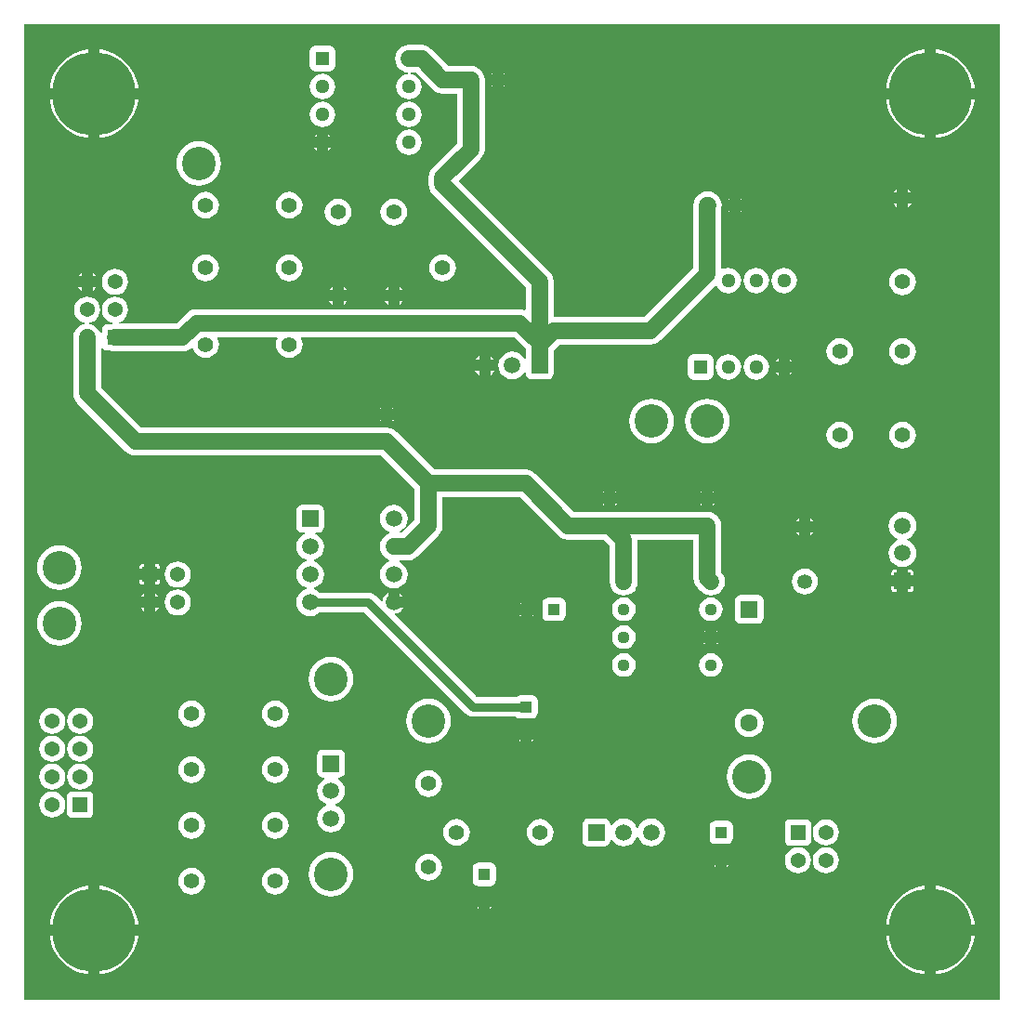
<source format=gbr>
G04 Layer_Physical_Order=2*
G04 Layer_Color=16711680*
%FSLAX23Y23*%
%MOIN*%
%TF.FileFunction,Copper,L2,Bot,Signal*%
%TF.Part,Single*%
G01*
G75*
%TA.AperFunction,Conductor*%
%ADD11C,0.030*%
%TA.AperFunction,ViaPad*%
%ADD13C,0.300*%
%ADD14C,0.120*%
%TA.AperFunction,ComponentPad*%
%ADD15R,0.043X0.043*%
%ADD16C,0.043*%
%ADD17R,0.043X0.043*%
%ADD18C,0.055*%
%ADD19C,0.059*%
%ADD20R,0.059X0.059*%
%ADD21C,0.054*%
%ADD22R,0.054X0.054*%
%ADD23R,0.059X0.059*%
%ADD24C,0.051*%
%ADD25R,0.051X0.051*%
%ADD26R,0.051X0.051*%
%ADD27C,0.044*%
%ADD28R,0.044X0.044*%
%ADD29C,0.059*%
%ADD30R,0.059X0.059*%
%ADD31C,0.063*%
%ADD32R,0.063X0.063*%
%ADD33C,0.053*%
%TA.AperFunction,Conductor*%
%ADD34C,0.060*%
G36*
X4500Y1000D02*
X1000D01*
Y4500D01*
X4500D01*
Y1000D01*
D02*
G37*
%LPC*%
G36*
X1125Y2430D02*
X1109Y2429D01*
X1094Y2424D01*
X1081Y2417D01*
X1068Y2407D01*
X1058Y2394D01*
X1051Y2381D01*
X1046Y2366D01*
X1045Y2350D01*
X1046Y2334D01*
X1051Y2319D01*
X1058Y2306D01*
X1068Y2293D01*
X1081Y2283D01*
X1094Y2276D01*
X1109Y2271D01*
X1125Y2270D01*
X1141Y2271D01*
X1156Y2276D01*
X1169Y2283D01*
X1182Y2293D01*
X1192Y2306D01*
X1199Y2319D01*
X1204Y2334D01*
X1205Y2350D01*
X1204Y2366D01*
X1199Y2381D01*
X1192Y2394D01*
X1182Y2407D01*
X1169Y2417D01*
X1156Y2424D01*
X1141Y2429D01*
X1125Y2430D01*
D02*
G37*
G36*
X3443Y2280D02*
X3437D01*
X3440Y2277D01*
X3443Y2275D01*
Y2280D01*
D02*
G37*
G36*
X3150Y2342D02*
X3139Y2341D01*
X3129Y2337D01*
X3120Y2330D01*
X3113Y2321D01*
X3109Y2311D01*
X3108Y2300D01*
X3109Y2289D01*
X3113Y2279D01*
X3120Y2270D01*
X3129Y2263D01*
X3139Y2259D01*
X3150Y2258D01*
X3161Y2259D01*
X3171Y2263D01*
X3180Y2270D01*
X3187Y2279D01*
X3191Y2289D01*
X3192Y2300D01*
X3191Y2311D01*
X3187Y2321D01*
X3180Y2330D01*
X3171Y2337D01*
X3161Y2341D01*
X3150Y2342D01*
D02*
G37*
G36*
Y2242D02*
X3139Y2241D01*
X3129Y2237D01*
X3120Y2230D01*
X3113Y2221D01*
X3109Y2211D01*
X3108Y2200D01*
X3109Y2189D01*
X3113Y2179D01*
X3120Y2170D01*
X3129Y2163D01*
X3139Y2159D01*
X3150Y2158D01*
X3161Y2159D01*
X3171Y2163D01*
X3180Y2170D01*
X3187Y2179D01*
X3191Y2189D01*
X3192Y2200D01*
X3191Y2211D01*
X3187Y2221D01*
X3180Y2230D01*
X3171Y2237D01*
X3161Y2241D01*
X3150Y2242D01*
D02*
G37*
G36*
X3463D02*
X3452Y2241D01*
X3441Y2237D01*
X3433Y2230D01*
X3426Y2221D01*
X3422Y2211D01*
X3420Y2200D01*
X3422Y2189D01*
X3426Y2179D01*
X3433Y2170D01*
X3441Y2163D01*
X3452Y2159D01*
X3463Y2158D01*
X3474Y2159D01*
X3484Y2163D01*
X3493Y2170D01*
X3499Y2179D01*
X3503Y2189D01*
X3505Y2200D01*
X3503Y2211D01*
X3499Y2221D01*
X3493Y2230D01*
X3484Y2237D01*
X3474Y2241D01*
X3463Y2242D01*
D02*
G37*
G36*
X3631Y2451D02*
X3569D01*
X3561Y2450D01*
X3555Y2445D01*
X3550Y2439D01*
X3549Y2431D01*
Y2369D01*
X3550Y2361D01*
X3555Y2355D01*
X3561Y2350D01*
X3569Y2349D01*
X3631D01*
X3639Y2350D01*
X3645Y2355D01*
X3650Y2361D01*
X3651Y2369D01*
Y2431D01*
X3650Y2439D01*
X3645Y2445D01*
X3639Y2450D01*
X3631Y2451D01*
D02*
G37*
G36*
X3150Y2442D02*
X3139Y2441D01*
X3129Y2437D01*
X3120Y2430D01*
X3113Y2421D01*
X3109Y2411D01*
X3108Y2400D01*
X3109Y2389D01*
X3113Y2379D01*
X3120Y2370D01*
X3129Y2363D01*
X3139Y2359D01*
X3150Y2358D01*
X3161Y2359D01*
X3171Y2363D01*
X3180Y2370D01*
X3187Y2379D01*
X3191Y2389D01*
X3192Y2400D01*
X3191Y2411D01*
X3187Y2421D01*
X3180Y2430D01*
X3171Y2437D01*
X3161Y2441D01*
X3150Y2442D01*
D02*
G37*
G36*
X3483Y2325D02*
Y2320D01*
X3488D01*
X3486Y2323D01*
X3483Y2325D01*
D02*
G37*
G36*
X3488Y2280D02*
X3483D01*
Y2275D01*
X3486Y2277D01*
X3488Y2280D01*
D02*
G37*
G36*
X3443Y2325D02*
X3440Y2323D01*
X3437Y2320D01*
X3443D01*
Y2325D01*
D02*
G37*
G36*
X2100Y2230D02*
X2084Y2229D01*
X2069Y2224D01*
X2056Y2217D01*
X2043Y2207D01*
X2033Y2194D01*
X2026Y2181D01*
X2021Y2166D01*
X2020Y2150D01*
X2021Y2134D01*
X2026Y2119D01*
X2033Y2106D01*
X2043Y2093D01*
X2056Y2083D01*
X2069Y2076D01*
X2084Y2071D01*
X2100Y2070D01*
X2116Y2071D01*
X2131Y2076D01*
X2144Y2083D01*
X2157Y2093D01*
X2167Y2106D01*
X2174Y2119D01*
X2179Y2134D01*
X2180Y2150D01*
X2179Y2166D01*
X2174Y2181D01*
X2167Y2194D01*
X2157Y2207D01*
X2144Y2217D01*
X2131Y2224D01*
X2116Y2229D01*
X2100Y2230D01*
D02*
G37*
G36*
X1100Y2047D02*
X1088Y2045D01*
X1076Y2041D01*
X1067Y2033D01*
X1059Y2024D01*
X1055Y2012D01*
X1053Y2000D01*
X1055Y1988D01*
X1059Y1976D01*
X1067Y1967D01*
X1076Y1959D01*
X1088Y1955D01*
X1100Y1953D01*
X1112Y1955D01*
X1124Y1959D01*
X1133Y1967D01*
X1141Y1976D01*
X1145Y1988D01*
X1147Y2000D01*
X1145Y2012D01*
X1141Y2024D01*
X1133Y2033D01*
X1124Y2041D01*
X1112Y2045D01*
X1100Y2047D01*
D02*
G37*
G36*
X1200D02*
X1188Y2045D01*
X1176Y2041D01*
X1167Y2033D01*
X1159Y2024D01*
X1155Y2012D01*
X1153Y2000D01*
X1155Y1988D01*
X1159Y1976D01*
X1167Y1967D01*
X1176Y1959D01*
X1188Y1955D01*
X1200Y1953D01*
X1212Y1955D01*
X1224Y1959D01*
X1233Y1967D01*
X1241Y1976D01*
X1245Y1988D01*
X1247Y2000D01*
X1245Y2012D01*
X1241Y2024D01*
X1233Y2033D01*
X1224Y2041D01*
X1212Y2045D01*
X1200Y2047D01*
D02*
G37*
G36*
X3600Y2044D02*
X3587Y2042D01*
X3574Y2037D01*
X3564Y2028D01*
X3555Y2018D01*
X3550Y2005D01*
X3549Y1992D01*
X3550Y1979D01*
X3555Y1966D01*
X3564Y1956D01*
X3574Y1948D01*
X3587Y1942D01*
X3600Y1941D01*
X3613Y1942D01*
X3626Y1948D01*
X3636Y1956D01*
X3645Y1966D01*
X3650Y1979D01*
X3651Y1992D01*
X3650Y2005D01*
X3645Y2018D01*
X3636Y2028D01*
X3626Y2037D01*
X3613Y2042D01*
X3600Y2044D01*
D02*
G37*
G36*
X2780Y1932D02*
X2775D01*
X2777Y1929D01*
X2780Y1927D01*
Y1932D01*
D02*
G37*
G36*
X2825D02*
X2820D01*
Y1927D01*
X2823Y1929D01*
X2825Y1932D01*
D02*
G37*
G36*
X1900Y2073D02*
X1888Y2071D01*
X1876Y2066D01*
X1866Y2059D01*
X1859Y2049D01*
X1854Y2037D01*
X1852Y2025D01*
X1854Y2013D01*
X1859Y2001D01*
X1866Y1991D01*
X1876Y1984D01*
X1888Y1979D01*
X1900Y1977D01*
X1912Y1979D01*
X1924Y1984D01*
X1934Y1991D01*
X1941Y2001D01*
X1946Y2013D01*
X1948Y2025D01*
X1946Y2037D01*
X1941Y2049D01*
X1934Y2059D01*
X1924Y2066D01*
X1912Y2071D01*
X1900Y2073D01*
D02*
G37*
G36*
X2055Y2775D02*
X1995D01*
X1988Y2773D01*
X1981Y2769D01*
X1977Y2762D01*
X1975Y2754D01*
Y2695D01*
X1977Y2688D01*
X1981Y2681D01*
X1988Y2677D01*
X1995Y2675D01*
X2005D01*
X2006Y2670D01*
X2000Y2668D01*
X1990Y2660D01*
X1982Y2650D01*
X1977Y2638D01*
X1975Y2625D01*
X1977Y2612D01*
X1982Y2600D01*
X1990Y2590D01*
X2000Y2582D01*
X2011Y2578D01*
X2011Y2577D01*
Y2573D01*
X2011Y2572D01*
X2000Y2568D01*
X1990Y2560D01*
X1982Y2550D01*
X1977Y2538D01*
X1975Y2525D01*
X1977Y2512D01*
X1982Y2500D01*
X1990Y2490D01*
X2000Y2482D01*
X2011Y2478D01*
X2011Y2477D01*
Y2473D01*
X2011Y2472D01*
X2000Y2468D01*
X1990Y2460D01*
X1982Y2450D01*
X1977Y2438D01*
X1975Y2425D01*
X1977Y2412D01*
X1982Y2400D01*
X1990Y2390D01*
X2000Y2382D01*
X2012Y2377D01*
X2025Y2375D01*
X2038Y2377D01*
X2050Y2382D01*
X2060Y2390D01*
X2060Y2390D01*
X2220D01*
X2584Y2025D01*
X2592Y2020D01*
X2600Y2016D01*
X2609Y2015D01*
X2764D01*
X2764Y2014D01*
X2771Y2010D01*
X2778Y2008D01*
X2822D01*
X2829Y2010D01*
X2836Y2014D01*
X2840Y2021D01*
X2842Y2028D01*
Y2072D01*
X2840Y2079D01*
X2836Y2086D01*
X2829Y2090D01*
X2822Y2092D01*
X2778D01*
X2771Y2090D01*
X2764Y2086D01*
X2764Y2085D01*
X2624D01*
X2328Y2381D01*
X2330Y2386D01*
X2335Y2387D01*
X2345Y2390D01*
X2353Y2397D01*
X2359Y2405D01*
X2325D01*
Y2425D01*
X2305D01*
Y2459D01*
X2297Y2453D01*
X2290Y2445D01*
X2287Y2435D01*
X2286Y2430D01*
X2281Y2428D01*
X2259Y2450D01*
X2252Y2455D01*
X2243Y2459D01*
X2239Y2459D01*
X2234Y2460D01*
X2060D01*
X2060Y2460D01*
X2050Y2468D01*
X2039Y2472D01*
X2039Y2473D01*
Y2477D01*
X2039Y2478D01*
X2050Y2482D01*
X2060Y2490D01*
X2068Y2500D01*
X2073Y2512D01*
X2075Y2525D01*
X2073Y2538D01*
X2068Y2550D01*
X2060Y2560D01*
X2050Y2568D01*
X2039Y2572D01*
X2039Y2573D01*
Y2577D01*
X2039Y2578D01*
X2050Y2582D01*
X2060Y2590D01*
X2068Y2600D01*
X2073Y2612D01*
X2075Y2625D01*
X2073Y2638D01*
X2068Y2650D01*
X2060Y2660D01*
X2050Y2668D01*
X2044Y2670D01*
X2045Y2675D01*
X2055D01*
X2062Y2677D01*
X2069Y2681D01*
X2073Y2688D01*
X2075Y2695D01*
Y2754D01*
X2073Y2762D01*
X2069Y2769D01*
X2062Y2773D01*
X2055Y2775D01*
D02*
G37*
G36*
X1600Y2073D02*
X1588Y2071D01*
X1576Y2066D01*
X1566Y2059D01*
X1559Y2049D01*
X1554Y2037D01*
X1552Y2025D01*
X1554Y2013D01*
X1559Y2001D01*
X1566Y1991D01*
X1576Y1984D01*
X1588Y1979D01*
X1600Y1977D01*
X1612Y1979D01*
X1624Y1984D01*
X1634Y1991D01*
X1641Y2001D01*
X1646Y2013D01*
X1648Y2025D01*
X1646Y2037D01*
X1641Y2049D01*
X1634Y2059D01*
X1624Y2066D01*
X1612Y2071D01*
X1600Y2073D01*
D02*
G37*
G36*
X2780Y1976D02*
X2777Y1974D01*
X2775Y1972D01*
X2780D01*
Y1976D01*
D02*
G37*
G36*
X2820D02*
Y1972D01*
X2825D01*
X2823Y1974D01*
X2820Y1976D01*
D02*
G37*
G36*
X3463Y2442D02*
X3452Y2441D01*
X3441Y2437D01*
X3433Y2430D01*
X3426Y2421D01*
X3422Y2411D01*
X3420Y2400D01*
X3422Y2389D01*
X3426Y2379D01*
X3433Y2370D01*
X3441Y2363D01*
X3452Y2359D01*
X3463Y2358D01*
X3474Y2359D01*
X3484Y2363D01*
X3493Y2370D01*
X3499Y2379D01*
X3503Y2389D01*
X3505Y2400D01*
X3503Y2411D01*
X3499Y2421D01*
X3493Y2430D01*
X3484Y2437D01*
X3474Y2441D01*
X3463Y2442D01*
D02*
G37*
G36*
X1125Y2630D02*
X1109Y2629D01*
X1094Y2624D01*
X1081Y2617D01*
X1068Y2607D01*
X1058Y2594D01*
X1051Y2581D01*
X1046Y2566D01*
X1045Y2550D01*
X1046Y2534D01*
X1051Y2519D01*
X1058Y2506D01*
X1068Y2493D01*
X1081Y2483D01*
X1094Y2476D01*
X1109Y2471D01*
X1125Y2470D01*
X1141Y2471D01*
X1156Y2476D01*
X1169Y2483D01*
X1182Y2493D01*
X1192Y2506D01*
X1199Y2519D01*
X1204Y2534D01*
X1205Y2550D01*
X1204Y2566D01*
X1199Y2581D01*
X1192Y2594D01*
X1182Y2607D01*
X1169Y2617D01*
X1156Y2624D01*
X1141Y2629D01*
X1125Y2630D01*
D02*
G37*
G36*
X1550Y2572D02*
X1538Y2570D01*
X1526Y2566D01*
X1517Y2558D01*
X1509Y2549D01*
X1505Y2537D01*
X1503Y2525D01*
X1505Y2513D01*
X1509Y2501D01*
X1517Y2492D01*
X1526Y2484D01*
X1538Y2480D01*
X1550Y2478D01*
X1562Y2480D01*
X1574Y2484D01*
X1583Y2492D01*
X1591Y2501D01*
X1595Y2513D01*
X1597Y2525D01*
X1595Y2537D01*
X1591Y2549D01*
X1583Y2558D01*
X1574Y2566D01*
X1562Y2570D01*
X1550Y2572D01*
D02*
G37*
G36*
X4190Y2483D02*
X4170D01*
Y2463D01*
X4180D01*
X4184Y2464D01*
X4187Y2466D01*
X4189Y2470D01*
X4190Y2473D01*
Y2483D01*
D02*
G37*
G36*
X3800Y2547D02*
X3788Y2545D01*
X3777Y2540D01*
X3767Y2533D01*
X3760Y2523D01*
X3755Y2512D01*
X3753Y2500D01*
X3755Y2488D01*
X3760Y2477D01*
X3767Y2467D01*
X3777Y2460D01*
X3788Y2455D01*
X3800Y2453D01*
X3812Y2455D01*
X3823Y2460D01*
X3833Y2467D01*
X3840Y2477D01*
X3845Y2488D01*
X3847Y2500D01*
X3845Y2512D01*
X3840Y2523D01*
X3833Y2533D01*
X3823Y2540D01*
X3812Y2545D01*
X3800Y2547D01*
D02*
G37*
G36*
X4130Y2483D02*
X4110D01*
Y2473D01*
X4111Y2470D01*
X4113Y2466D01*
X4116Y2464D01*
X4120Y2463D01*
X4130D01*
Y2483D01*
D02*
G37*
G36*
X4180Y2543D02*
X4170D01*
Y2523D01*
X4190D01*
Y2533D01*
X4189Y2537D01*
X4187Y2540D01*
X4184Y2542D01*
X4180Y2543D01*
D02*
G37*
G36*
X1430Y2562D02*
X1423D01*
X1419Y2561D01*
X1416Y2559D01*
X1414Y2556D01*
X1413Y2552D01*
Y2545D01*
X1430D01*
Y2562D01*
D02*
G37*
G36*
X4130Y2543D02*
X4120D01*
X4116Y2542D01*
X4113Y2540D01*
X4111Y2537D01*
X4110Y2533D01*
Y2523D01*
X4130D01*
Y2543D01*
D02*
G37*
G36*
X1430Y2505D02*
X1413D01*
Y2498D01*
X1414Y2494D01*
X1416Y2491D01*
X1419Y2489D01*
X1423Y2488D01*
X1430D01*
Y2505D01*
D02*
G37*
G36*
X1487D02*
X1470D01*
Y2488D01*
X1477D01*
X1481Y2489D01*
X1484Y2491D01*
X1486Y2494D01*
X1487Y2498D01*
Y2505D01*
D02*
G37*
G36*
X1470Y2456D02*
Y2445D01*
X1481D01*
X1476Y2451D01*
X1470Y2456D01*
D02*
G37*
G36*
X1550Y2472D02*
X1538Y2470D01*
X1526Y2466D01*
X1517Y2458D01*
X1509Y2449D01*
X1505Y2437D01*
X1503Y2425D01*
X1505Y2413D01*
X1509Y2401D01*
X1517Y2392D01*
X1526Y2384D01*
X1538Y2380D01*
X1550Y2378D01*
X1562Y2380D01*
X1574Y2384D01*
X1583Y2392D01*
X1591Y2401D01*
X1595Y2413D01*
X1597Y2425D01*
X1595Y2437D01*
X1591Y2449D01*
X1583Y2458D01*
X1574Y2466D01*
X1562Y2470D01*
X1550Y2472D01*
D02*
G37*
G36*
X1430Y2405D02*
X1419D01*
X1424Y2399D01*
X1430Y2394D01*
Y2405D01*
D02*
G37*
G36*
X2826Y2380D02*
X2822D01*
Y2375D01*
X2824Y2377D01*
X2826Y2380D01*
D02*
G37*
G36*
X2922Y2442D02*
X2878D01*
X2871Y2440D01*
X2864Y2436D01*
X2860Y2429D01*
X2858Y2422D01*
Y2378D01*
X2860Y2371D01*
X2864Y2364D01*
X2871Y2360D01*
X2878Y2358D01*
X2922D01*
X2929Y2360D01*
X2936Y2364D01*
X2940Y2371D01*
X2942Y2378D01*
Y2422D01*
X2940Y2429D01*
X2936Y2436D01*
X2929Y2440D01*
X2922Y2442D01*
D02*
G37*
G36*
X2782Y2380D02*
X2777D01*
X2779Y2377D01*
X2782Y2375D01*
Y2380D01*
D02*
G37*
G36*
X1430Y2456D02*
X1424Y2451D01*
X1419Y2445D01*
X1430D01*
Y2456D01*
D02*
G37*
G36*
X2345Y2459D02*
Y2445D01*
X2359D01*
X2353Y2453D01*
X2345Y2459D01*
D02*
G37*
G36*
X2822Y2425D02*
Y2420D01*
X2826D01*
X2824Y2423D01*
X2822Y2425D01*
D02*
G37*
G36*
X1481Y2405D02*
X1470D01*
Y2394D01*
X1476Y2399D01*
X1481Y2405D01*
D02*
G37*
G36*
X2782Y2425D02*
X2779Y2423D01*
X2777Y2420D01*
X2782D01*
Y2425D01*
D02*
G37*
G36*
X4050Y2080D02*
X4034Y2079D01*
X4019Y2074D01*
X4006Y2067D01*
X3993Y2057D01*
X3983Y2044D01*
X3976Y2031D01*
X3971Y2016D01*
X3970Y2000D01*
X3971Y1984D01*
X3976Y1969D01*
X3983Y1956D01*
X3993Y1943D01*
X4006Y1933D01*
X4019Y1926D01*
X4034Y1921D01*
X4050Y1920D01*
X4066Y1921D01*
X4081Y1926D01*
X4094Y1933D01*
X4107Y1943D01*
X4117Y1956D01*
X4124Y1969D01*
X4129Y1984D01*
X4130Y2000D01*
X4129Y2016D01*
X4124Y2031D01*
X4117Y2044D01*
X4107Y2057D01*
X4094Y2067D01*
X4081Y2074D01*
X4066Y2079D01*
X4050Y2080D01*
D02*
G37*
G36*
X1900Y1473D02*
X1888Y1471D01*
X1876Y1466D01*
X1866Y1459D01*
X1859Y1449D01*
X1854Y1437D01*
X1852Y1425D01*
X1854Y1413D01*
X1859Y1401D01*
X1866Y1391D01*
X1876Y1384D01*
X1888Y1379D01*
X1900Y1377D01*
X1912Y1379D01*
X1924Y1384D01*
X1934Y1391D01*
X1941Y1401D01*
X1946Y1413D01*
X1948Y1425D01*
X1946Y1437D01*
X1941Y1449D01*
X1934Y1459D01*
X1924Y1466D01*
X1912Y1471D01*
X1900Y1473D01*
D02*
G37*
G36*
X2672Y1491D02*
X2628D01*
X2621Y1489D01*
X2614Y1485D01*
X2610Y1479D01*
X2608Y1471D01*
Y1428D01*
X2610Y1420D01*
X2614Y1413D01*
X2621Y1409D01*
X2628Y1407D01*
X2672D01*
X2679Y1409D01*
X2686Y1413D01*
X2690Y1420D01*
X2692Y1428D01*
Y1471D01*
X2690Y1479D01*
X2686Y1485D01*
X2679Y1489D01*
X2672Y1491D01*
D02*
G37*
G36*
X1600Y1473D02*
X1588Y1471D01*
X1576Y1466D01*
X1566Y1459D01*
X1559Y1449D01*
X1554Y1437D01*
X1552Y1425D01*
X1554Y1413D01*
X1559Y1401D01*
X1566Y1391D01*
X1576Y1384D01*
X1588Y1379D01*
X1600Y1377D01*
X1612Y1379D01*
X1624Y1384D01*
X1634Y1391D01*
X1641Y1401D01*
X1646Y1413D01*
X1648Y1425D01*
X1646Y1437D01*
X1641Y1449D01*
X1634Y1459D01*
X1624Y1466D01*
X1612Y1471D01*
X1600Y1473D01*
D02*
G37*
G36*
X2630Y1375D02*
X2627Y1373D01*
X2625Y1371D01*
X2630D01*
Y1375D01*
D02*
G37*
G36*
X2670D02*
Y1371D01*
X2675D01*
X2673Y1373D01*
X2670Y1375D01*
D02*
G37*
G36*
X3480Y1482D02*
X3475D01*
X3477Y1479D01*
X3480Y1477D01*
Y1482D01*
D02*
G37*
G36*
X3525D02*
X3520D01*
Y1477D01*
X3523Y1479D01*
X3525Y1482D01*
D02*
G37*
G36*
X3875Y1547D02*
X3863Y1545D01*
X3851Y1541D01*
X3842Y1533D01*
X3834Y1524D01*
X3830Y1512D01*
X3828Y1500D01*
X3830Y1488D01*
X3834Y1476D01*
X3842Y1467D01*
X3851Y1459D01*
X3863Y1455D01*
X3875Y1453D01*
X3887Y1455D01*
X3899Y1459D01*
X3908Y1467D01*
X3916Y1476D01*
X3920Y1488D01*
X3922Y1500D01*
X3920Y1512D01*
X3916Y1524D01*
X3908Y1533D01*
X3899Y1541D01*
X3887Y1545D01*
X3875Y1547D01*
D02*
G37*
G36*
X2450Y1523D02*
X2438Y1521D01*
X2426Y1516D01*
X2416Y1509D01*
X2409Y1499D01*
X2404Y1487D01*
X2402Y1475D01*
X2404Y1463D01*
X2409Y1451D01*
X2416Y1441D01*
X2426Y1434D01*
X2438Y1429D01*
X2450Y1427D01*
X2462Y1429D01*
X2474Y1434D01*
X2484Y1441D01*
X2491Y1451D01*
X2496Y1463D01*
X2498Y1475D01*
X2496Y1487D01*
X2491Y1499D01*
X2484Y1509D01*
X2474Y1516D01*
X2462Y1521D01*
X2450Y1523D01*
D02*
G37*
G36*
X3775Y1547D02*
X3763Y1545D01*
X3751Y1541D01*
X3742Y1533D01*
X3734Y1524D01*
X3730Y1512D01*
X3728Y1500D01*
X3730Y1488D01*
X3734Y1476D01*
X3742Y1467D01*
X3751Y1459D01*
X3763Y1455D01*
X3775Y1453D01*
X3787Y1455D01*
X3799Y1459D01*
X3808Y1467D01*
X3816Y1476D01*
X3820Y1488D01*
X3822Y1500D01*
X3820Y1512D01*
X3816Y1524D01*
X3808Y1533D01*
X3799Y1541D01*
X3787Y1545D01*
X3775Y1547D01*
D02*
G37*
G36*
X2100Y1530D02*
X2084Y1529D01*
X2069Y1524D01*
X2056Y1517D01*
X2043Y1507D01*
X2033Y1494D01*
X2026Y1481D01*
X2021Y1466D01*
X2020Y1450D01*
X2021Y1434D01*
X2026Y1419D01*
X2033Y1406D01*
X2043Y1393D01*
X2056Y1383D01*
X2069Y1376D01*
X2084Y1371D01*
X2100Y1370D01*
X2116Y1371D01*
X2131Y1376D01*
X2144Y1383D01*
X2157Y1393D01*
X2167Y1406D01*
X2174Y1419D01*
X2179Y1434D01*
X2180Y1450D01*
X2179Y1466D01*
X2174Y1481D01*
X2167Y1494D01*
X2157Y1507D01*
X2144Y1517D01*
X2131Y1524D01*
X2116Y1529D01*
X2100Y1530D01*
D02*
G37*
G36*
X4409Y1230D02*
X4270D01*
Y1091D01*
X4275Y1091D01*
X4300Y1097D01*
X4323Y1107D01*
X4344Y1120D01*
X4363Y1137D01*
X4380Y1156D01*
X4393Y1177D01*
X4403Y1200D01*
X4409Y1225D01*
X4409Y1230D01*
D02*
G37*
G36*
X1230Y1409D02*
X1225Y1409D01*
X1200Y1403D01*
X1177Y1393D01*
X1156Y1380D01*
X1137Y1363D01*
X1120Y1344D01*
X1107Y1323D01*
X1097Y1300D01*
X1091Y1275D01*
X1091Y1270D01*
X1230D01*
Y1409D01*
D02*
G37*
G36*
X4230Y1230D02*
X4091D01*
X4091Y1225D01*
X4097Y1200D01*
X4107Y1177D01*
X4120Y1156D01*
X4137Y1137D01*
X4156Y1120D01*
X4177Y1107D01*
X4200Y1097D01*
X4225Y1091D01*
X4230Y1091D01*
Y1230D01*
D02*
G37*
G36*
X1230D02*
X1091D01*
X1091Y1225D01*
X1097Y1200D01*
X1107Y1177D01*
X1120Y1156D01*
X1137Y1137D01*
X1156Y1120D01*
X1177Y1107D01*
X1200Y1097D01*
X1225Y1091D01*
X1230Y1091D01*
Y1230D01*
D02*
G37*
G36*
X1409D02*
X1270D01*
Y1091D01*
X1275Y1091D01*
X1300Y1097D01*
X1323Y1107D01*
X1344Y1120D01*
X1363Y1137D01*
X1380Y1156D01*
X1393Y1177D01*
X1403Y1200D01*
X1409Y1225D01*
X1409Y1230D01*
D02*
G37*
G36*
X2630Y1331D02*
X2625D01*
X2627Y1328D01*
X2630Y1326D01*
Y1331D01*
D02*
G37*
G36*
X2675D02*
X2670D01*
Y1326D01*
X2673Y1328D01*
X2675Y1331D01*
D02*
G37*
G36*
X4270Y1409D02*
Y1270D01*
X4409D01*
X4409Y1275D01*
X4403Y1300D01*
X4393Y1323D01*
X4380Y1344D01*
X4363Y1363D01*
X4344Y1380D01*
X4323Y1393D01*
X4300Y1403D01*
X4275Y1409D01*
X4270Y1409D01*
D02*
G37*
G36*
X1270D02*
Y1270D01*
X1409D01*
X1409Y1275D01*
X1403Y1300D01*
X1393Y1323D01*
X1380Y1344D01*
X1363Y1363D01*
X1344Y1380D01*
X1323Y1393D01*
X1300Y1403D01*
X1275Y1409D01*
X1270Y1409D01*
D02*
G37*
G36*
X4230D02*
X4225Y1409D01*
X4200Y1403D01*
X4177Y1393D01*
X4156Y1380D01*
X4137Y1363D01*
X4120Y1344D01*
X4107Y1323D01*
X4097Y1300D01*
X4091Y1275D01*
X4091Y1270D01*
X4230D01*
Y1409D01*
D02*
G37*
G36*
X3480Y1526D02*
X3477Y1524D01*
X3475Y1522D01*
X3480D01*
Y1526D01*
D02*
G37*
G36*
X1100Y1847D02*
X1088Y1845D01*
X1076Y1841D01*
X1067Y1833D01*
X1059Y1824D01*
X1055Y1812D01*
X1053Y1800D01*
X1055Y1788D01*
X1059Y1776D01*
X1067Y1767D01*
X1076Y1759D01*
X1088Y1755D01*
X1100Y1753D01*
X1112Y1755D01*
X1124Y1759D01*
X1133Y1767D01*
X1141Y1776D01*
X1145Y1788D01*
X1147Y1800D01*
X1145Y1812D01*
X1141Y1824D01*
X1133Y1833D01*
X1124Y1841D01*
X1112Y1845D01*
X1100Y1847D01*
D02*
G37*
G36*
X1200D02*
X1188Y1845D01*
X1176Y1841D01*
X1167Y1833D01*
X1159Y1824D01*
X1155Y1812D01*
X1153Y1800D01*
X1155Y1788D01*
X1159Y1776D01*
X1167Y1767D01*
X1176Y1759D01*
X1188Y1755D01*
X1200Y1753D01*
X1212Y1755D01*
X1224Y1759D01*
X1233Y1767D01*
X1241Y1776D01*
X1245Y1788D01*
X1247Y1800D01*
X1245Y1812D01*
X1241Y1824D01*
X1233Y1833D01*
X1224Y1841D01*
X1212Y1845D01*
X1200Y1847D01*
D02*
G37*
G36*
X2450Y1823D02*
X2438Y1821D01*
X2426Y1816D01*
X2416Y1809D01*
X2409Y1799D01*
X2404Y1787D01*
X2402Y1775D01*
X2404Y1763D01*
X2409Y1751D01*
X2416Y1741D01*
X2426Y1734D01*
X2438Y1729D01*
X2450Y1727D01*
X2462Y1729D01*
X2474Y1734D01*
X2484Y1741D01*
X2491Y1751D01*
X2496Y1763D01*
X2498Y1775D01*
X2496Y1787D01*
X2491Y1799D01*
X2484Y1809D01*
X2474Y1816D01*
X2462Y1821D01*
X2450Y1823D01*
D02*
G37*
G36*
X1227Y1747D02*
X1173D01*
X1165Y1746D01*
X1159Y1741D01*
X1154Y1735D01*
X1153Y1727D01*
Y1673D01*
X1154Y1665D01*
X1159Y1659D01*
X1165Y1654D01*
X1173Y1653D01*
X1227D01*
X1235Y1654D01*
X1241Y1659D01*
X1246Y1665D01*
X1247Y1673D01*
Y1727D01*
X1246Y1735D01*
X1241Y1741D01*
X1235Y1746D01*
X1227Y1747D01*
D02*
G37*
G36*
X3600Y1880D02*
X3584Y1879D01*
X3569Y1874D01*
X3556Y1867D01*
X3543Y1857D01*
X3533Y1844D01*
X3526Y1831D01*
X3521Y1816D01*
X3520Y1800D01*
X3521Y1784D01*
X3526Y1769D01*
X3533Y1756D01*
X3543Y1743D01*
X3556Y1733D01*
X3569Y1726D01*
X3584Y1721D01*
X3600Y1720D01*
X3616Y1721D01*
X3631Y1726D01*
X3644Y1733D01*
X3657Y1743D01*
X3667Y1756D01*
X3674Y1769D01*
X3679Y1784D01*
X3680Y1800D01*
X3679Y1816D01*
X3674Y1831D01*
X3667Y1844D01*
X3657Y1857D01*
X3644Y1867D01*
X3631Y1874D01*
X3616Y1879D01*
X3600Y1880D01*
D02*
G37*
G36*
X1200Y1947D02*
X1188Y1945D01*
X1176Y1941D01*
X1167Y1933D01*
X1159Y1924D01*
X1155Y1912D01*
X1153Y1900D01*
X1155Y1888D01*
X1159Y1876D01*
X1167Y1867D01*
X1176Y1859D01*
X1188Y1855D01*
X1200Y1853D01*
X1212Y1855D01*
X1224Y1859D01*
X1233Y1867D01*
X1241Y1876D01*
X1245Y1888D01*
X1247Y1900D01*
X1245Y1912D01*
X1241Y1924D01*
X1233Y1933D01*
X1224Y1941D01*
X1212Y1945D01*
X1200Y1947D01*
D02*
G37*
G36*
X2450Y2080D02*
X2434Y2079D01*
X2419Y2074D01*
X2406Y2067D01*
X2393Y2057D01*
X2383Y2044D01*
X2376Y2031D01*
X2371Y2016D01*
X2370Y2000D01*
X2371Y1984D01*
X2376Y1969D01*
X2383Y1956D01*
X2393Y1943D01*
X2406Y1933D01*
X2419Y1926D01*
X2434Y1921D01*
X2450Y1920D01*
X2466Y1921D01*
X2481Y1926D01*
X2494Y1933D01*
X2507Y1943D01*
X2517Y1956D01*
X2524Y1969D01*
X2529Y1984D01*
X2530Y2000D01*
X2529Y2016D01*
X2524Y2031D01*
X2517Y2044D01*
X2507Y2057D01*
X2494Y2067D01*
X2481Y2074D01*
X2466Y2079D01*
X2450Y2080D01*
D02*
G37*
G36*
X1100Y1947D02*
X1088Y1945D01*
X1076Y1941D01*
X1067Y1933D01*
X1059Y1924D01*
X1055Y1912D01*
X1053Y1900D01*
X1055Y1888D01*
X1059Y1876D01*
X1067Y1867D01*
X1076Y1859D01*
X1088Y1855D01*
X1100Y1853D01*
X1112Y1855D01*
X1124Y1859D01*
X1133Y1867D01*
X1141Y1876D01*
X1145Y1888D01*
X1147Y1900D01*
X1145Y1912D01*
X1141Y1924D01*
X1133Y1933D01*
X1124Y1941D01*
X1112Y1945D01*
X1100Y1947D01*
D02*
G37*
G36*
X1600Y1873D02*
X1588Y1871D01*
X1576Y1866D01*
X1566Y1859D01*
X1559Y1849D01*
X1554Y1837D01*
X1552Y1825D01*
X1554Y1813D01*
X1559Y1801D01*
X1566Y1791D01*
X1576Y1784D01*
X1588Y1779D01*
X1600Y1777D01*
X1612Y1779D01*
X1624Y1784D01*
X1634Y1791D01*
X1641Y1801D01*
X1646Y1813D01*
X1648Y1825D01*
X1646Y1837D01*
X1641Y1849D01*
X1634Y1859D01*
X1624Y1866D01*
X1612Y1871D01*
X1600Y1873D01*
D02*
G37*
G36*
X1900D02*
X1888Y1871D01*
X1876Y1866D01*
X1866Y1859D01*
X1859Y1849D01*
X1854Y1837D01*
X1852Y1825D01*
X1854Y1813D01*
X1859Y1801D01*
X1866Y1791D01*
X1876Y1784D01*
X1888Y1779D01*
X1900Y1777D01*
X1912Y1779D01*
X1924Y1784D01*
X1934Y1791D01*
X1941Y1801D01*
X1946Y1813D01*
X1948Y1825D01*
X1946Y1837D01*
X1941Y1849D01*
X1934Y1859D01*
X1924Y1866D01*
X1912Y1871D01*
X1900Y1873D01*
D02*
G37*
G36*
X1100Y1747D02*
X1088Y1745D01*
X1076Y1741D01*
X1067Y1733D01*
X1059Y1724D01*
X1055Y1712D01*
X1053Y1700D01*
X1055Y1688D01*
X1059Y1676D01*
X1067Y1667D01*
X1076Y1659D01*
X1088Y1655D01*
X1100Y1653D01*
X1112Y1655D01*
X1124Y1659D01*
X1133Y1667D01*
X1141Y1676D01*
X1145Y1688D01*
X1147Y1700D01*
X1145Y1712D01*
X1141Y1724D01*
X1133Y1733D01*
X1124Y1741D01*
X1112Y1745D01*
X1100Y1747D01*
D02*
G37*
G36*
X3875Y1647D02*
X3863Y1645D01*
X3851Y1641D01*
X3842Y1633D01*
X3834Y1624D01*
X3830Y1612D01*
X3828Y1600D01*
X3830Y1588D01*
X3834Y1576D01*
X3842Y1567D01*
X3851Y1559D01*
X3863Y1555D01*
X3875Y1553D01*
X3887Y1555D01*
X3899Y1559D01*
X3908Y1567D01*
X3916Y1576D01*
X3920Y1588D01*
X3922Y1600D01*
X3920Y1612D01*
X3916Y1624D01*
X3908Y1633D01*
X3899Y1641D01*
X3887Y1645D01*
X3875Y1647D01*
D02*
G37*
G36*
X3802Y1647D02*
X3748D01*
X3740Y1646D01*
X3734Y1641D01*
X3729Y1635D01*
X3728Y1627D01*
Y1573D01*
X3729Y1565D01*
X3734Y1559D01*
X3740Y1554D01*
X3748Y1553D01*
X3802D01*
X3810Y1554D01*
X3816Y1559D01*
X3821Y1565D01*
X3822Y1573D01*
Y1627D01*
X3821Y1635D01*
X3816Y1641D01*
X3810Y1646D01*
X3802Y1647D01*
D02*
G37*
G36*
X2850Y1648D02*
X2838Y1646D01*
X2826Y1641D01*
X2816Y1634D01*
X2809Y1624D01*
X2804Y1612D01*
X2802Y1600D01*
X2804Y1588D01*
X2809Y1576D01*
X2816Y1566D01*
X2826Y1559D01*
X2838Y1554D01*
X2850Y1552D01*
X2862Y1554D01*
X2874Y1559D01*
X2884Y1566D01*
X2891Y1576D01*
X2896Y1588D01*
X2898Y1600D01*
X2896Y1612D01*
X2891Y1624D01*
X2884Y1634D01*
X2874Y1641D01*
X2862Y1646D01*
X2850Y1648D01*
D02*
G37*
G36*
X3520Y1526D02*
Y1522D01*
X3525D01*
X3523Y1524D01*
X3520Y1526D01*
D02*
G37*
G36*
X2550Y1648D02*
X2538Y1646D01*
X2526Y1641D01*
X2516Y1634D01*
X2509Y1624D01*
X2504Y1612D01*
X2502Y1600D01*
X2504Y1588D01*
X2509Y1576D01*
X2516Y1566D01*
X2526Y1559D01*
X2538Y1554D01*
X2550Y1552D01*
X2562Y1554D01*
X2574Y1559D01*
X2584Y1566D01*
X2591Y1576D01*
X2596Y1588D01*
X2598Y1600D01*
X2596Y1612D01*
X2591Y1624D01*
X2584Y1634D01*
X2574Y1641D01*
X2562Y1646D01*
X2550Y1648D01*
D02*
G37*
G36*
X2130Y1897D02*
X2070D01*
X2063Y1895D01*
X2056Y1891D01*
X2052Y1884D01*
X2050Y1877D01*
Y1817D01*
X2052Y1809D01*
X2056Y1803D01*
X2063Y1799D01*
X2070Y1797D01*
X2075D01*
X2076Y1792D01*
X2075Y1792D01*
X2065Y1784D01*
X2057Y1773D01*
X2052Y1761D01*
X2050Y1748D01*
X2052Y1736D01*
X2057Y1724D01*
X2065Y1713D01*
X2075Y1705D01*
X2083Y1702D01*
Y1697D01*
X2075Y1693D01*
X2065Y1685D01*
X2057Y1675D01*
X2052Y1663D01*
X2050Y1650D01*
X2052Y1637D01*
X2057Y1625D01*
X2065Y1615D01*
X2075Y1607D01*
X2087Y1602D01*
X2100Y1600D01*
X2113Y1602D01*
X2125Y1607D01*
X2135Y1615D01*
X2143Y1625D01*
X2148Y1637D01*
X2150Y1650D01*
X2148Y1663D01*
X2143Y1675D01*
X2135Y1685D01*
X2125Y1693D01*
X2117Y1697D01*
Y1702D01*
X2125Y1705D01*
X2135Y1713D01*
X2143Y1724D01*
X2148Y1736D01*
X2150Y1748D01*
X2148Y1761D01*
X2143Y1773D01*
X2135Y1784D01*
X2125Y1792D01*
X2124Y1792D01*
X2125Y1797D01*
X2130D01*
X2137Y1799D01*
X2144Y1803D01*
X2148Y1809D01*
X2150Y1817D01*
Y1877D01*
X2148Y1884D01*
X2144Y1891D01*
X2137Y1895D01*
X2130Y1897D01*
D02*
G37*
G36*
X3248Y1650D02*
X3236Y1648D01*
X3224Y1643D01*
X3213Y1635D01*
X3205Y1625D01*
X3202Y1617D01*
X3197D01*
X3193Y1625D01*
X3185Y1635D01*
X3175Y1643D01*
X3163Y1648D01*
X3150Y1650D01*
X3137Y1648D01*
X3125Y1643D01*
X3115Y1635D01*
X3107Y1625D01*
X3106Y1624D01*
X3101Y1625D01*
Y1630D01*
X3100Y1637D01*
X3095Y1644D01*
X3089Y1648D01*
X3081Y1650D01*
X3022D01*
X3014Y1648D01*
X3008Y1644D01*
X3003Y1637D01*
X3002Y1630D01*
Y1570D01*
X3003Y1563D01*
X3008Y1556D01*
X3014Y1552D01*
X3022Y1550D01*
X3081D01*
X3089Y1552D01*
X3095Y1556D01*
X3100Y1563D01*
X3101Y1570D01*
Y1575D01*
X3106Y1576D01*
X3107Y1575D01*
X3115Y1565D01*
X3125Y1557D01*
X3137Y1552D01*
X3150Y1550D01*
X3163Y1552D01*
X3175Y1557D01*
X3185Y1565D01*
X3193Y1575D01*
X3197Y1583D01*
X3202D01*
X3205Y1575D01*
X3213Y1565D01*
X3224Y1557D01*
X3236Y1552D01*
X3248Y1550D01*
X3261Y1552D01*
X3273Y1557D01*
X3284Y1565D01*
X3292Y1575D01*
X3297Y1587D01*
X3298Y1600D01*
X3297Y1613D01*
X3292Y1625D01*
X3284Y1635D01*
X3273Y1643D01*
X3261Y1648D01*
X3248Y1650D01*
D02*
G37*
G36*
X1900Y1673D02*
X1888Y1671D01*
X1876Y1666D01*
X1866Y1659D01*
X1859Y1649D01*
X1854Y1637D01*
X1852Y1625D01*
X1854Y1613D01*
X1859Y1601D01*
X1866Y1591D01*
X1876Y1584D01*
X1888Y1579D01*
X1900Y1577D01*
X1912Y1579D01*
X1924Y1584D01*
X1934Y1591D01*
X1941Y1601D01*
X1946Y1613D01*
X1948Y1625D01*
X1946Y1637D01*
X1941Y1649D01*
X1934Y1659D01*
X1924Y1666D01*
X1912Y1671D01*
X1900Y1673D01*
D02*
G37*
G36*
X3522Y1642D02*
X3478D01*
X3471Y1640D01*
X3464Y1636D01*
X3460Y1629D01*
X3458Y1622D01*
Y1578D01*
X3460Y1571D01*
X3464Y1564D01*
X3471Y1560D01*
X3478Y1558D01*
X3522D01*
X3529Y1560D01*
X3536Y1564D01*
X3540Y1571D01*
X3542Y1578D01*
Y1622D01*
X3540Y1629D01*
X3536Y1636D01*
X3529Y1640D01*
X3522Y1642D01*
D02*
G37*
G36*
X1600Y1673D02*
X1588Y1671D01*
X1576Y1666D01*
X1566Y1659D01*
X1559Y1649D01*
X1554Y1637D01*
X1552Y1625D01*
X1554Y1613D01*
X1559Y1601D01*
X1566Y1591D01*
X1576Y1584D01*
X1588Y1579D01*
X1600Y1577D01*
X1612Y1579D01*
X1624Y1584D01*
X1634Y1591D01*
X1641Y1601D01*
X1646Y1613D01*
X1648Y1625D01*
X1646Y1637D01*
X1641Y1649D01*
X1634Y1659D01*
X1624Y1666D01*
X1612Y1671D01*
X1600Y1673D01*
D02*
G37*
G36*
X1477Y2562D02*
X1470D01*
Y2545D01*
X1487D01*
Y2552D01*
X1486Y2556D01*
X1484Y2559D01*
X1481Y2561D01*
X1477Y2562D01*
D02*
G37*
G36*
X3529Y3830D02*
X3525D01*
X3527Y3827D01*
X3529Y3825D01*
Y3830D01*
D02*
G37*
G36*
X3574D02*
X3569D01*
Y3825D01*
X3572Y3827D01*
X3574Y3830D01*
D02*
G37*
G36*
X1950Y3898D02*
X1938Y3896D01*
X1926Y3891D01*
X1916Y3884D01*
X1909Y3874D01*
X1904Y3862D01*
X1902Y3850D01*
X1904Y3838D01*
X1909Y3826D01*
X1916Y3816D01*
X1926Y3809D01*
X1938Y3804D01*
X1950Y3802D01*
X1962Y3804D01*
X1974Y3809D01*
X1984Y3816D01*
X1991Y3826D01*
X1996Y3838D01*
X1998Y3850D01*
X1996Y3862D01*
X1991Y3874D01*
X1984Y3884D01*
X1974Y3891D01*
X1962Y3896D01*
X1950Y3898D01*
D02*
G37*
G36*
X2325Y3873D02*
X2313Y3871D01*
X2301Y3866D01*
X2291Y3859D01*
X2284Y3849D01*
X2279Y3837D01*
X2277Y3825D01*
X2279Y3813D01*
X2284Y3801D01*
X2291Y3791D01*
X2301Y3784D01*
X2313Y3779D01*
X2325Y3777D01*
X2337Y3779D01*
X2349Y3784D01*
X2359Y3791D01*
X2366Y3801D01*
X2371Y3813D01*
X2373Y3825D01*
X2371Y3837D01*
X2366Y3849D01*
X2359Y3859D01*
X2349Y3866D01*
X2337Y3871D01*
X2325Y3873D01*
D02*
G37*
G36*
X1650Y3898D02*
X1638Y3896D01*
X1626Y3891D01*
X1616Y3884D01*
X1609Y3874D01*
X1604Y3862D01*
X1602Y3850D01*
X1604Y3838D01*
X1609Y3826D01*
X1616Y3816D01*
X1626Y3809D01*
X1638Y3804D01*
X1650Y3802D01*
X1662Y3804D01*
X1674Y3809D01*
X1684Y3816D01*
X1691Y3826D01*
X1696Y3838D01*
X1698Y3850D01*
X1696Y3862D01*
X1691Y3874D01*
X1684Y3884D01*
X1674Y3891D01*
X1662Y3896D01*
X1650Y3898D01*
D02*
G37*
G36*
X4130Y3855D02*
X4118D01*
X4123Y3848D01*
X4130Y3843D01*
Y3855D01*
D02*
G37*
G36*
Y3907D02*
X4123Y3902D01*
X4118Y3895D01*
X4130D01*
Y3907D01*
D02*
G37*
G36*
X4170D02*
Y3895D01*
X4182D01*
X4177Y3902D01*
X4170Y3907D01*
D02*
G37*
G36*
X3569Y3875D02*
Y3870D01*
X3574D01*
X3572Y3873D01*
X3569Y3875D01*
D02*
G37*
G36*
X4182Y3855D02*
X4170D01*
Y3843D01*
X4177Y3848D01*
X4182Y3855D01*
D02*
G37*
G36*
X3529Y3875D02*
X3527Y3873D01*
X3525Y3870D01*
X3529D01*
Y3875D01*
D02*
G37*
G36*
X2145Y3557D02*
Y3545D01*
X2157D01*
X2152Y3552D01*
X2145Y3557D01*
D02*
G37*
G36*
X2345D02*
Y3545D01*
X2357D01*
X2352Y3552D01*
X2345Y3557D01*
D02*
G37*
G36*
X2305D02*
X2298Y3552D01*
X2293Y3545D01*
X2305D01*
Y3557D01*
D02*
G37*
G36*
X1256Y3555D02*
X1245D01*
Y3544D01*
X1251Y3549D01*
X1256Y3555D01*
D02*
G37*
G36*
X2105Y3557D02*
X2098Y3552D01*
X2093Y3545D01*
X2105D01*
Y3557D01*
D02*
G37*
G36*
X1650Y3673D02*
X1638Y3671D01*
X1626Y3666D01*
X1616Y3659D01*
X1609Y3649D01*
X1604Y3637D01*
X1602Y3625D01*
X1604Y3613D01*
X1609Y3601D01*
X1616Y3591D01*
X1626Y3584D01*
X1638Y3579D01*
X1650Y3577D01*
X1662Y3579D01*
X1674Y3584D01*
X1684Y3591D01*
X1691Y3601D01*
X1696Y3613D01*
X1698Y3625D01*
X1696Y3637D01*
X1691Y3649D01*
X1684Y3659D01*
X1674Y3666D01*
X1662Y3671D01*
X1650Y3673D01*
D02*
G37*
G36*
X1245Y3606D02*
Y3595D01*
X1256D01*
X1251Y3601D01*
X1245Y3606D01*
D02*
G37*
G36*
X2125Y3873D02*
X2113Y3871D01*
X2101Y3866D01*
X2091Y3859D01*
X2084Y3849D01*
X2079Y3837D01*
X2077Y3825D01*
X2079Y3813D01*
X2084Y3801D01*
X2091Y3791D01*
X2101Y3784D01*
X2113Y3779D01*
X2125Y3777D01*
X2137Y3779D01*
X2149Y3784D01*
X2159Y3791D01*
X2166Y3801D01*
X2171Y3813D01*
X2173Y3825D01*
X2171Y3837D01*
X2166Y3849D01*
X2159Y3859D01*
X2149Y3866D01*
X2137Y3871D01*
X2125Y3873D01*
D02*
G37*
G36*
X1205Y3606D02*
X1199Y3601D01*
X1194Y3595D01*
X1205D01*
Y3606D01*
D02*
G37*
G36*
X1950Y3673D02*
X1938Y3671D01*
X1926Y3666D01*
X1916Y3659D01*
X1909Y3649D01*
X1904Y3637D01*
X1902Y3625D01*
X1904Y3613D01*
X1909Y3601D01*
X1916Y3591D01*
X1926Y3584D01*
X1938Y3579D01*
X1950Y3577D01*
X1962Y3579D01*
X1974Y3584D01*
X1984Y3591D01*
X1991Y3601D01*
X1996Y3613D01*
X1998Y3625D01*
X1996Y3637D01*
X1991Y3649D01*
X1984Y3659D01*
X1974Y3666D01*
X1962Y3671D01*
X1950Y3673D01*
D02*
G37*
G36*
X2500D02*
X2488Y3671D01*
X2476Y3666D01*
X2466Y3659D01*
X2459Y3649D01*
X2454Y3637D01*
X2452Y3625D01*
X2454Y3613D01*
X2459Y3601D01*
X2466Y3591D01*
X2476Y3584D01*
X2488Y3579D01*
X2500Y3577D01*
X2512Y3579D01*
X2524Y3584D01*
X2534Y3591D01*
X2541Y3601D01*
X2546Y3613D01*
X2548Y3625D01*
X2546Y3637D01*
X2541Y3649D01*
X2534Y3659D01*
X2524Y3666D01*
X2512Y3671D01*
X2500Y3673D01*
D02*
G37*
G36*
X1270Y4409D02*
Y4270D01*
X1409D01*
X1409Y4275D01*
X1403Y4300D01*
X1393Y4323D01*
X1380Y4344D01*
X1363Y4363D01*
X1344Y4380D01*
X1323Y4393D01*
X1300Y4403D01*
X1275Y4409D01*
X1270Y4409D01*
D02*
G37*
G36*
X4230D02*
X4225Y4409D01*
X4200Y4403D01*
X4177Y4393D01*
X4156Y4380D01*
X4137Y4363D01*
X4120Y4344D01*
X4107Y4323D01*
X4097Y4300D01*
X4091Y4275D01*
X4091Y4270D01*
X4230D01*
Y4409D01*
D02*
G37*
G36*
X1230D02*
X1225Y4409D01*
X1200Y4403D01*
X1177Y4393D01*
X1156Y4380D01*
X1137Y4363D01*
X1120Y4344D01*
X1107Y4323D01*
X1097Y4300D01*
X1091Y4275D01*
X1091Y4270D01*
X1230D01*
Y4409D01*
D02*
G37*
G36*
X2380Y4221D02*
X2368Y4219D01*
X2357Y4215D01*
X2348Y4207D01*
X2340Y4198D01*
X2336Y4187D01*
X2334Y4175D01*
X2336Y4163D01*
X2340Y4152D01*
X2348Y4143D01*
X2357Y4135D01*
X2368Y4131D01*
X2380Y4129D01*
X2392Y4131D01*
X2403Y4135D01*
X2412Y4143D01*
X2420Y4152D01*
X2424Y4163D01*
X2426Y4175D01*
X2424Y4187D01*
X2420Y4198D01*
X2412Y4207D01*
X2403Y4215D01*
X2392Y4219D01*
X2380Y4221D01*
D02*
G37*
G36*
X2070Y4321D02*
X2058Y4319D01*
X2047Y4315D01*
X2038Y4307D01*
X2030Y4298D01*
X2026Y4287D01*
X2024Y4275D01*
X2026Y4263D01*
X2030Y4252D01*
X2038Y4243D01*
X2047Y4235D01*
X2058Y4231D01*
X2070Y4229D01*
X2082Y4231D01*
X2093Y4235D01*
X2102Y4243D01*
X2110Y4252D01*
X2114Y4263D01*
X2116Y4275D01*
X2114Y4287D01*
X2110Y4298D01*
X2102Y4307D01*
X2093Y4315D01*
X2082Y4319D01*
X2070Y4321D01*
D02*
G37*
G36*
X4270Y4409D02*
Y4270D01*
X4409D01*
X4409Y4275D01*
X4403Y4300D01*
X4393Y4323D01*
X4380Y4344D01*
X4363Y4363D01*
X4344Y4380D01*
X4323Y4393D01*
X4300Y4403D01*
X4275Y4409D01*
X4270Y4409D01*
D02*
G37*
G36*
X2719Y4325D02*
Y4320D01*
X2724D01*
X2722Y4323D01*
X2719Y4325D01*
D02*
G37*
G36*
X2096Y4421D02*
X2044D01*
X2037Y4419D01*
X2030Y4415D01*
X2026Y4408D01*
X2024Y4401D01*
Y4349D01*
X2026Y4342D01*
X2030Y4335D01*
X2037Y4331D01*
X2044Y4329D01*
X2096D01*
X2104Y4331D01*
X2110Y4335D01*
X2114Y4342D01*
X2116Y4349D01*
Y4401D01*
X2114Y4408D01*
X2110Y4415D01*
X2104Y4419D01*
X2096Y4421D01*
D02*
G37*
G36*
X2679Y4325D02*
X2677Y4323D01*
X2675Y4320D01*
X2679D01*
Y4325D01*
D02*
G37*
G36*
Y4280D02*
X2675D01*
X2677Y4277D01*
X2679Y4275D01*
Y4280D01*
D02*
G37*
G36*
X2724D02*
X2719D01*
Y4275D01*
X2722Y4277D01*
X2724Y4280D01*
D02*
G37*
G36*
X2100Y4055D02*
X2090D01*
Y4045D01*
X2096Y4050D01*
X2100Y4055D01*
D02*
G37*
G36*
X1230Y4230D02*
X1091D01*
X1091Y4225D01*
X1097Y4200D01*
X1107Y4177D01*
X1120Y4156D01*
X1137Y4137D01*
X1156Y4120D01*
X1177Y4107D01*
X1200Y4097D01*
X1225Y4091D01*
X1230Y4091D01*
Y4230D01*
D02*
G37*
G36*
X2050Y4055D02*
X2040D01*
X2045Y4050D01*
X2050Y4045D01*
Y4055D01*
D02*
G37*
G36*
X1625Y4080D02*
X1609Y4079D01*
X1594Y4074D01*
X1581Y4067D01*
X1568Y4057D01*
X1558Y4044D01*
X1551Y4031D01*
X1546Y4016D01*
X1545Y4000D01*
X1546Y3984D01*
X1551Y3969D01*
X1558Y3956D01*
X1568Y3943D01*
X1581Y3933D01*
X1594Y3926D01*
X1609Y3921D01*
X1625Y3920D01*
X1641Y3921D01*
X1656Y3926D01*
X1669Y3933D01*
X1682Y3943D01*
X1692Y3956D01*
X1699Y3969D01*
X1704Y3984D01*
X1705Y4000D01*
X1704Y4016D01*
X1699Y4031D01*
X1692Y4044D01*
X1682Y4057D01*
X1669Y4067D01*
X1656Y4074D01*
X1641Y4079D01*
X1625Y4080D01*
D02*
G37*
G36*
X2380Y4121D02*
X2368Y4119D01*
X2357Y4115D01*
X2348Y4107D01*
X2340Y4098D01*
X2336Y4087D01*
X2334Y4075D01*
X2336Y4063D01*
X2340Y4052D01*
X2348Y4043D01*
X2357Y4035D01*
X2368Y4031D01*
X2380Y4029D01*
X2392Y4031D01*
X2403Y4035D01*
X2412Y4043D01*
X2420Y4052D01*
X2424Y4063D01*
X2426Y4075D01*
X2424Y4087D01*
X2420Y4098D01*
X2412Y4107D01*
X2403Y4115D01*
X2392Y4119D01*
X2380Y4121D01*
D02*
G37*
G36*
X1409Y4230D02*
X1270D01*
Y4091D01*
X1275Y4091D01*
X1300Y4097D01*
X1323Y4107D01*
X1344Y4120D01*
X1363Y4137D01*
X1380Y4156D01*
X1393Y4177D01*
X1403Y4200D01*
X1409Y4225D01*
X1409Y4230D01*
D02*
G37*
G36*
X2090Y4105D02*
Y4095D01*
X2100D01*
X2096Y4100D01*
X2090Y4105D01*
D02*
G37*
G36*
X2070Y4221D02*
X2058Y4219D01*
X2047Y4215D01*
X2038Y4207D01*
X2030Y4198D01*
X2026Y4187D01*
X2024Y4175D01*
X2026Y4163D01*
X2030Y4152D01*
X2038Y4143D01*
X2047Y4135D01*
X2058Y4131D01*
X2070Y4129D01*
X2082Y4131D01*
X2093Y4135D01*
X2102Y4143D01*
X2110Y4152D01*
X2114Y4163D01*
X2116Y4175D01*
X2114Y4187D01*
X2110Y4198D01*
X2102Y4207D01*
X2093Y4215D01*
X2082Y4219D01*
X2070Y4221D01*
D02*
G37*
G36*
X2050Y4105D02*
X2045Y4100D01*
X2040Y4095D01*
X2050D01*
Y4105D01*
D02*
G37*
G36*
X4230Y4230D02*
X4091D01*
X4091Y4225D01*
X4097Y4200D01*
X4107Y4177D01*
X4120Y4156D01*
X4137Y4137D01*
X4156Y4120D01*
X4177Y4107D01*
X4200Y4097D01*
X4225Y4091D01*
X4230Y4091D01*
Y4230D01*
D02*
G37*
G36*
X4409D02*
X4270D01*
Y4091D01*
X4275Y4091D01*
X4300Y4097D01*
X4323Y4107D01*
X4344Y4120D01*
X4363Y4137D01*
X4380Y4156D01*
X4393Y4177D01*
X4403Y4200D01*
X4409Y4225D01*
X4409Y4230D01*
D02*
G37*
G36*
X4150Y3073D02*
X4138Y3071D01*
X4126Y3066D01*
X4116Y3059D01*
X4109Y3049D01*
X4104Y3037D01*
X4102Y3025D01*
X4104Y3013D01*
X4109Y3001D01*
X4116Y2991D01*
X4126Y2984D01*
X4138Y2979D01*
X4150Y2977D01*
X4162Y2979D01*
X4174Y2984D01*
X4184Y2991D01*
X4191Y3001D01*
X4196Y3013D01*
X4198Y3025D01*
X4196Y3037D01*
X4191Y3049D01*
X4184Y3059D01*
X4174Y3066D01*
X4162Y3071D01*
X4150Y3073D01*
D02*
G37*
G36*
X3250Y3155D02*
X3234Y3154D01*
X3219Y3149D01*
X3206Y3142D01*
X3193Y3132D01*
X3183Y3119D01*
X3176Y3106D01*
X3171Y3091D01*
X3170Y3075D01*
X3171Y3059D01*
X3176Y3044D01*
X3183Y3031D01*
X3193Y3018D01*
X3206Y3008D01*
X3219Y3001D01*
X3234Y2996D01*
X3250Y2995D01*
X3266Y2996D01*
X3281Y3001D01*
X3294Y3008D01*
X3307Y3018D01*
X3317Y3031D01*
X3324Y3044D01*
X3329Y3059D01*
X3330Y3075D01*
X3329Y3091D01*
X3324Y3106D01*
X3317Y3119D01*
X3307Y3132D01*
X3294Y3142D01*
X3281Y3149D01*
X3266Y3154D01*
X3250Y3155D01*
D02*
G37*
G36*
X3925Y3073D02*
X3913Y3071D01*
X3901Y3066D01*
X3891Y3059D01*
X3884Y3049D01*
X3879Y3037D01*
X3877Y3025D01*
X3879Y3013D01*
X3884Y3001D01*
X3891Y2991D01*
X3901Y2984D01*
X3913Y2979D01*
X3925Y2977D01*
X3937Y2979D01*
X3949Y2984D01*
X3959Y2991D01*
X3966Y3001D01*
X3971Y3013D01*
X3973Y3025D01*
X3971Y3037D01*
X3966Y3049D01*
X3959Y3059D01*
X3949Y3066D01*
X3937Y3071D01*
X3925Y3073D01*
D02*
G37*
G36*
X3120Y2823D02*
Y2818D01*
X3125D01*
X3123Y2821D01*
X3120Y2823D01*
D02*
G37*
G36*
X3470D02*
Y2818D01*
X3475D01*
X3473Y2821D01*
X3470Y2823D01*
D02*
G37*
G36*
X3450Y3155D02*
X3434Y3154D01*
X3419Y3149D01*
X3406Y3142D01*
X3393Y3132D01*
X3383Y3119D01*
X3376Y3106D01*
X3371Y3091D01*
X3370Y3075D01*
X3371Y3059D01*
X3376Y3044D01*
X3383Y3031D01*
X3393Y3018D01*
X3406Y3008D01*
X3419Y3001D01*
X3434Y2996D01*
X3450Y2995D01*
X3466Y2996D01*
X3481Y3001D01*
X3494Y3008D01*
X3507Y3018D01*
X3517Y3031D01*
X3524Y3044D01*
X3529Y3059D01*
X3530Y3075D01*
X3529Y3091D01*
X3524Y3106D01*
X3517Y3119D01*
X3507Y3132D01*
X3494Y3142D01*
X3481Y3149D01*
X3466Y3154D01*
X3450Y3155D01*
D02*
G37*
G36*
X2320Y3125D02*
Y3120D01*
X2325D01*
X2323Y3123D01*
X2320Y3125D01*
D02*
G37*
G36*
X3525Y3316D02*
X3513Y3314D01*
X3502Y3310D01*
X3493Y3302D01*
X3485Y3293D01*
X3481Y3282D01*
X3479Y3270D01*
X3481Y3258D01*
X3485Y3247D01*
X3493Y3238D01*
X3502Y3230D01*
X3513Y3226D01*
X3525Y3224D01*
X3537Y3226D01*
X3548Y3230D01*
X3557Y3238D01*
X3565Y3247D01*
X3569Y3258D01*
X3571Y3270D01*
X3569Y3282D01*
X3565Y3293D01*
X3557Y3302D01*
X3548Y3310D01*
X3537Y3314D01*
X3525Y3316D01*
D02*
G37*
G36*
X2280Y3125D02*
X2277Y3123D01*
X2275Y3120D01*
X2280D01*
Y3125D01*
D02*
G37*
G36*
Y3080D02*
X2275D01*
X2277Y3077D01*
X2280Y3075D01*
Y3080D01*
D02*
G37*
G36*
X2325D02*
X2320D01*
Y3075D01*
X2323Y3077D01*
X2325Y3080D01*
D02*
G37*
G36*
X3780Y2728D02*
X3774Y2723D01*
X3769Y2717D01*
X3780D01*
Y2728D01*
D02*
G37*
G36*
X3820D02*
Y2717D01*
X3831D01*
X3826Y2723D01*
X3820Y2728D01*
D02*
G37*
G36*
X3831Y2677D02*
X3820D01*
Y2666D01*
X3826Y2671D01*
X3831Y2677D01*
D02*
G37*
G36*
X4150Y2750D02*
X4137Y2748D01*
X4125Y2743D01*
X4115Y2735D01*
X4107Y2725D01*
X4102Y2713D01*
X4100Y2700D01*
X4102Y2687D01*
X4107Y2675D01*
X4115Y2665D01*
X4125Y2657D01*
X4133Y2653D01*
Y2648D01*
X4125Y2645D01*
X4115Y2637D01*
X4107Y2626D01*
X4102Y2614D01*
X4100Y2602D01*
X4102Y2589D01*
X4107Y2577D01*
X4115Y2566D01*
X4125Y2558D01*
X4137Y2553D01*
X4150Y2552D01*
X4163Y2553D01*
X4175Y2558D01*
X4185Y2566D01*
X4193Y2577D01*
X4198Y2589D01*
X4200Y2602D01*
X4198Y2614D01*
X4193Y2626D01*
X4185Y2637D01*
X4175Y2645D01*
X4167Y2648D01*
Y2653D01*
X4175Y2657D01*
X4185Y2665D01*
X4193Y2675D01*
X4198Y2687D01*
X4200Y2700D01*
X4198Y2713D01*
X4193Y2725D01*
X4185Y2735D01*
X4175Y2743D01*
X4163Y2748D01*
X4150Y2750D01*
D02*
G37*
G36*
X3780Y2677D02*
X3769D01*
X3774Y2671D01*
X3780Y2666D01*
Y2677D01*
D02*
G37*
G36*
X3080Y2778D02*
X3075D01*
X3077Y2776D01*
X3080Y2774D01*
Y2778D01*
D02*
G37*
G36*
Y2823D02*
X3077Y2821D01*
X3075Y2818D01*
X3080D01*
Y2823D01*
D02*
G37*
G36*
X3430D02*
X3427Y2821D01*
X3425Y2818D01*
X3430D01*
Y2823D01*
D02*
G37*
G36*
X3475Y2778D02*
X3470D01*
Y2774D01*
X3473Y2776D01*
X3475Y2778D01*
D02*
G37*
G36*
X3430D02*
X3425D01*
X3427Y2776D01*
X3430Y2774D01*
Y2778D01*
D02*
G37*
G36*
X3125D02*
X3120D01*
Y2774D01*
X3123Y2776D01*
X3125Y2778D01*
D02*
G37*
G36*
X2357Y3505D02*
X2345D01*
Y3493D01*
X2352Y3498D01*
X2357Y3505D01*
D02*
G37*
G36*
X2157D02*
X2145D01*
Y3493D01*
X2152Y3498D01*
X2157Y3505D01*
D02*
G37*
G36*
X2305D02*
X2293D01*
X2298Y3498D01*
X2305Y3493D01*
Y3505D01*
D02*
G37*
G36*
X2672Y3310D02*
Y3295D01*
X2686D01*
X2686Y3295D01*
X2680Y3303D01*
X2672Y3310D01*
X2672Y3310D01*
D02*
G37*
G36*
X2105Y3505D02*
X2093D01*
X2098Y3498D01*
X2105Y3493D01*
Y3505D01*
D02*
G37*
G36*
X4150Y3623D02*
X4138Y3621D01*
X4126Y3616D01*
X4116Y3609D01*
X4109Y3599D01*
X4104Y3587D01*
X4102Y3575D01*
X4104Y3563D01*
X4109Y3551D01*
X4116Y3541D01*
X4126Y3534D01*
X4138Y3529D01*
X4150Y3527D01*
X4162Y3529D01*
X4174Y3534D01*
X4184Y3541D01*
X4191Y3551D01*
X4196Y3563D01*
X4198Y3575D01*
X4196Y3587D01*
X4191Y3599D01*
X4184Y3609D01*
X4174Y3616D01*
X4162Y3621D01*
X4150Y3623D01*
D02*
G37*
G36*
X3725Y3626D02*
X3713Y3624D01*
X3702Y3620D01*
X3693Y3612D01*
X3685Y3603D01*
X3681Y3592D01*
X3679Y3580D01*
X3681Y3568D01*
X3685Y3557D01*
X3693Y3548D01*
X3702Y3540D01*
X3713Y3536D01*
X3725Y3534D01*
X3737Y3536D01*
X3748Y3540D01*
X3757Y3548D01*
X3765Y3557D01*
X3769Y3568D01*
X3771Y3580D01*
X3769Y3592D01*
X3765Y3603D01*
X3757Y3612D01*
X3748Y3620D01*
X3737Y3624D01*
X3725Y3626D01*
D02*
G37*
G36*
X1205Y3555D02*
X1194D01*
X1199Y3549D01*
X1205Y3544D01*
Y3555D01*
D02*
G37*
G36*
X3625Y3626D02*
X3613Y3624D01*
X3602Y3620D01*
X3593Y3612D01*
X3585Y3603D01*
X3581Y3592D01*
X3579Y3580D01*
X3581Y3568D01*
X3585Y3557D01*
X3593Y3548D01*
X3602Y3540D01*
X3613Y3536D01*
X3625Y3534D01*
X3637Y3536D01*
X3648Y3540D01*
X3657Y3548D01*
X3665Y3557D01*
X3669Y3568D01*
X3671Y3580D01*
X3669Y3592D01*
X3665Y3603D01*
X3657Y3612D01*
X3648Y3620D01*
X3637Y3624D01*
X3625Y3626D01*
D02*
G37*
G36*
X1325Y3622D02*
X1313Y3620D01*
X1301Y3616D01*
X1292Y3608D01*
X1284Y3599D01*
X1280Y3587D01*
X1278Y3575D01*
X1280Y3563D01*
X1284Y3551D01*
X1292Y3542D01*
X1301Y3534D01*
X1313Y3530D01*
X1325Y3528D01*
X1337Y3530D01*
X1349Y3534D01*
X1358Y3542D01*
X1366Y3551D01*
X1370Y3563D01*
X1372Y3575D01*
X1370Y3587D01*
X1366Y3599D01*
X1358Y3608D01*
X1349Y3616D01*
X1337Y3620D01*
X1325Y3622D01*
D02*
G37*
G36*
X2425Y4425D02*
X2380D01*
X2367Y4423D01*
X2355Y4418D01*
X2344Y4410D01*
X2337Y4400D01*
X2332Y4388D01*
X2330Y4375D01*
X2332Y4362D01*
X2337Y4350D01*
X2344Y4340D01*
X2355Y4332D01*
X2367Y4327D01*
X2376Y4325D01*
Y4320D01*
X2368Y4319D01*
X2357Y4315D01*
X2348Y4307D01*
X2340Y4298D01*
X2336Y4287D01*
X2334Y4275D01*
X2336Y4263D01*
X2340Y4252D01*
X2348Y4243D01*
X2357Y4235D01*
X2368Y4231D01*
X2380Y4229D01*
X2392Y4231D01*
X2403Y4235D01*
X2412Y4243D01*
X2420Y4252D01*
X2424Y4263D01*
X2426Y4275D01*
X2424Y4287D01*
X2420Y4298D01*
X2412Y4307D01*
X2403Y4315D01*
X2392Y4319D01*
X2387Y4320D01*
X2387Y4325D01*
X2404D01*
X2465Y4265D01*
X2475Y4257D01*
X2487Y4252D01*
X2500Y4250D01*
X2551D01*
Y4071D01*
X2465Y3985D01*
X2457Y3974D01*
X2452Y3962D01*
X2450Y3949D01*
Y3925D01*
X2452Y3912D01*
X2457Y3900D01*
X2465Y3890D01*
X2798Y3556D01*
Y3477D01*
X2794Y3474D01*
X2790Y3476D01*
X2777Y3477D01*
X1618D01*
X1605Y3476D01*
X1593Y3471D01*
X1583Y3463D01*
X1545Y3425D01*
X1340D01*
X1339Y3430D01*
X1349Y3434D01*
X1358Y3442D01*
X1366Y3451D01*
X1370Y3463D01*
X1372Y3475D01*
X1370Y3487D01*
X1366Y3499D01*
X1358Y3508D01*
X1349Y3516D01*
X1337Y3520D01*
X1325Y3522D01*
X1313Y3520D01*
X1301Y3516D01*
X1292Y3508D01*
X1284Y3499D01*
X1280Y3487D01*
X1278Y3475D01*
X1280Y3463D01*
X1284Y3451D01*
X1292Y3442D01*
X1301Y3434D01*
X1313Y3430D01*
X1317Y3429D01*
Y3424D01*
X1312Y3423D01*
X1309Y3422D01*
X1298D01*
X1290Y3421D01*
X1284Y3416D01*
X1279Y3410D01*
X1278Y3402D01*
Y3391D01*
X1278Y3391D01*
X1272D01*
X1268Y3400D01*
X1260Y3410D01*
X1250Y3418D01*
X1238Y3423D01*
X1233Y3424D01*
Y3429D01*
X1237Y3430D01*
X1249Y3434D01*
X1258Y3442D01*
X1266Y3451D01*
X1270Y3463D01*
X1272Y3475D01*
X1270Y3487D01*
X1266Y3499D01*
X1258Y3508D01*
X1249Y3516D01*
X1237Y3520D01*
X1225Y3522D01*
X1213Y3520D01*
X1201Y3516D01*
X1192Y3508D01*
X1184Y3499D01*
X1180Y3487D01*
X1178Y3475D01*
X1180Y3463D01*
X1184Y3451D01*
X1192Y3442D01*
X1201Y3434D01*
X1213Y3430D01*
X1217Y3429D01*
Y3424D01*
X1212Y3423D01*
X1200Y3418D01*
X1190Y3410D01*
X1182Y3400D01*
X1177Y3388D01*
X1175Y3375D01*
Y3175D01*
X1177Y3162D01*
X1182Y3150D01*
X1190Y3140D01*
X1363Y2966D01*
X1373Y2958D01*
X1385Y2953D01*
X1398Y2951D01*
X2279D01*
X2400Y2831D01*
Y2721D01*
X2354Y2675D01*
X2346D01*
X2345Y2680D01*
X2350Y2682D01*
X2360Y2690D01*
X2368Y2700D01*
X2373Y2712D01*
X2375Y2725D01*
X2373Y2738D01*
X2368Y2750D01*
X2360Y2760D01*
X2350Y2768D01*
X2338Y2773D01*
X2325Y2775D01*
X2312Y2773D01*
X2300Y2768D01*
X2290Y2760D01*
X2282Y2750D01*
X2277Y2738D01*
X2275Y2725D01*
X2277Y2712D01*
X2282Y2700D01*
X2290Y2690D01*
X2300Y2682D01*
X2310Y2678D01*
Y2673D01*
X2300Y2668D01*
X2290Y2660D01*
X2282Y2650D01*
X2277Y2638D01*
X2275Y2625D01*
X2277Y2612D01*
X2282Y2600D01*
X2290Y2590D01*
X2300Y2582D01*
X2310Y2577D01*
Y2572D01*
X2300Y2568D01*
X2290Y2560D01*
X2282Y2550D01*
X2277Y2538D01*
X2275Y2525D01*
X2277Y2512D01*
X2282Y2500D01*
X2290Y2490D01*
X2300Y2482D01*
X2312Y2477D01*
X2325Y2475D01*
X2338Y2477D01*
X2350Y2482D01*
X2360Y2490D01*
X2368Y2500D01*
X2373Y2512D01*
X2375Y2525D01*
X2373Y2538D01*
X2368Y2550D01*
X2360Y2560D01*
X2350Y2568D01*
X2345Y2570D01*
X2346Y2575D01*
X2375D01*
X2388Y2577D01*
X2400Y2582D01*
X2410Y2590D01*
X2485Y2665D01*
X2493Y2675D01*
X2498Y2687D01*
X2500Y2700D01*
Y2801D01*
X2778D01*
X2915Y2665D01*
X2925Y2657D01*
X2937Y2652D01*
X2950Y2650D01*
X3079D01*
X3100Y2629D01*
Y2500D01*
X3102Y2487D01*
X3107Y2475D01*
X3109Y2472D01*
X3109Y2470D01*
X3114Y2464D01*
X3120Y2459D01*
X3122Y2459D01*
X3125Y2457D01*
X3137Y2452D01*
X3150Y2450D01*
X3163Y2452D01*
X3175Y2457D01*
X3178Y2459D01*
X3180Y2459D01*
X3186Y2464D01*
X3191Y2470D01*
X3191Y2472D01*
X3193Y2475D01*
X3198Y2487D01*
X3200Y2500D01*
Y2650D01*
X3400D01*
Y2513D01*
X3402Y2500D01*
X3407Y2488D01*
X3415Y2477D01*
X3427Y2465D01*
X3438Y2457D01*
X3450Y2452D01*
X3463Y2450D01*
X3476Y2452D01*
X3488Y2457D01*
X3498Y2465D01*
X3506Y2475D01*
X3511Y2487D01*
X3513Y2500D01*
X3511Y2513D01*
X3506Y2525D01*
X3500Y2533D01*
Y2700D01*
X3498Y2713D01*
X3493Y2725D01*
X3490Y2729D01*
X3490Y2729D01*
X3486Y2736D01*
X3479Y2740D01*
X3479Y2740D01*
X3475Y2743D01*
X3463Y2748D01*
X3450Y2750D01*
X2971D01*
X2834Y2887D01*
X2823Y2895D01*
X2811Y2900D01*
X2798Y2902D01*
X2471D01*
X2337Y3035D01*
X2336Y3037D01*
X2329Y3042D01*
X2329Y3042D01*
X2325Y3045D01*
X2313Y3050D01*
X2300Y3052D01*
X1419D01*
X1275Y3196D01*
Y3339D01*
X1275Y3339D01*
X1280Y3339D01*
X1284Y3334D01*
X1290Y3329D01*
X1298Y3328D01*
X1309D01*
X1312Y3327D01*
X1325Y3325D01*
X1566D01*
X1579Y3327D01*
X1591Y3332D01*
X1599Y3338D01*
X1600Y3338D01*
X1604Y3336D01*
X1605Y3336D01*
X1609Y3326D01*
X1616Y3316D01*
X1626Y3309D01*
X1638Y3304D01*
X1650Y3302D01*
X1662Y3304D01*
X1674Y3309D01*
X1684Y3316D01*
X1691Y3326D01*
X1696Y3338D01*
X1698Y3350D01*
X1696Y3362D01*
X1692Y3372D01*
X1694Y3377D01*
X1906D01*
X1908Y3372D01*
X1904Y3362D01*
X1902Y3350D01*
X1904Y3338D01*
X1909Y3326D01*
X1916Y3316D01*
X1926Y3309D01*
X1938Y3304D01*
X1950Y3302D01*
X1962Y3304D01*
X1974Y3309D01*
X1984Y3316D01*
X1991Y3326D01*
X1996Y3338D01*
X1998Y3350D01*
X1996Y3362D01*
X1992Y3372D01*
X1994Y3377D01*
X2756D01*
X2798Y3335D01*
Y3300D01*
X2793Y3299D01*
X2793Y3300D01*
X2785Y3310D01*
X2775Y3318D01*
X2763Y3323D01*
X2750Y3325D01*
X2737Y3323D01*
X2725Y3318D01*
X2715Y3310D01*
X2707Y3300D01*
X2702Y3288D01*
X2700Y3275D01*
X2702Y3262D01*
X2707Y3250D01*
X2715Y3240D01*
X2725Y3232D01*
X2737Y3227D01*
X2750Y3225D01*
X2763Y3227D01*
X2775Y3232D01*
X2785Y3240D01*
X2793Y3250D01*
X2794Y3251D01*
X2799Y3250D01*
Y3245D01*
X2800Y3238D01*
X2805Y3231D01*
X2811Y3227D01*
X2819Y3225D01*
X2846D01*
X2848Y3225D01*
X2851Y3225D01*
X2878D01*
X2886Y3227D01*
X2892Y3231D01*
X2897Y3238D01*
X2898Y3245D01*
Y3272D01*
X2899Y3275D01*
Y3328D01*
X2921Y3350D01*
X3245D01*
X3258Y3352D01*
X3270Y3357D01*
X3281Y3365D01*
X3460Y3544D01*
X3460Y3544D01*
X3479Y3563D01*
X3483Y3562D01*
X3485Y3557D01*
X3493Y3548D01*
X3502Y3540D01*
X3513Y3536D01*
X3525Y3534D01*
X3537Y3536D01*
X3548Y3540D01*
X3557Y3548D01*
X3565Y3557D01*
X3569Y3568D01*
X3571Y3580D01*
X3569Y3592D01*
X3565Y3603D01*
X3557Y3612D01*
X3548Y3620D01*
X3537Y3624D01*
X3525Y3626D01*
X3513Y3624D01*
X3505Y3621D01*
X3500Y3624D01*
Y3841D01*
X3501Y3850D01*
X3499Y3863D01*
X3494Y3875D01*
X3491Y3879D01*
X3491Y3879D01*
X3487Y3886D01*
X3480Y3890D01*
X3480Y3890D01*
X3476Y3893D01*
X3464Y3898D01*
X3451Y3900D01*
X3438Y3898D01*
X3426Y3893D01*
X3422Y3890D01*
X3421Y3890D01*
X3415Y3886D01*
X3412Y3881D01*
X3406Y3874D01*
X3401Y3862D01*
X3399Y3849D01*
Y3625D01*
X3390Y3615D01*
X3390Y3615D01*
X3224Y3450D01*
X2900D01*
X2899Y3451D01*
Y3577D01*
X2897Y3590D01*
X2892Y3602D01*
X2884Y3612D01*
X2559Y3937D01*
X2636Y4015D01*
X2644Y4025D01*
X2649Y4037D01*
X2651Y4050D01*
Y4300D01*
X2649Y4313D01*
X2644Y4325D01*
X2641Y4329D01*
X2641Y4329D01*
X2637Y4336D01*
X2630Y4340D01*
X2630Y4340D01*
X2626Y4343D01*
X2614Y4348D01*
X2601Y4350D01*
X2521D01*
X2460Y4410D01*
X2450Y4418D01*
X2438Y4423D01*
X2425Y4425D01*
D02*
G37*
G36*
X2686Y3255D02*
X2672D01*
Y3240D01*
X2672Y3240D01*
X2680Y3247D01*
X2686Y3255D01*
X2686Y3255D01*
D02*
G37*
G36*
X3705Y3250D02*
X3695D01*
X3700Y3245D01*
X3705Y3240D01*
Y3250D01*
D02*
G37*
G36*
X2632Y3255D02*
X2617D01*
X2617Y3255D01*
X2623Y3247D01*
X2632Y3240D01*
X2632Y3240D01*
Y3255D01*
D02*
G37*
G36*
X3625Y3316D02*
X3613Y3314D01*
X3602Y3310D01*
X3593Y3302D01*
X3585Y3293D01*
X3581Y3282D01*
X3579Y3270D01*
X3581Y3258D01*
X3585Y3247D01*
X3593Y3238D01*
X3602Y3230D01*
X3613Y3226D01*
X3625Y3224D01*
X3637Y3226D01*
X3648Y3230D01*
X3657Y3238D01*
X3665Y3247D01*
X3669Y3258D01*
X3671Y3270D01*
X3669Y3282D01*
X3665Y3293D01*
X3657Y3302D01*
X3648Y3310D01*
X3637Y3314D01*
X3625Y3316D01*
D02*
G37*
G36*
X3451Y3316D02*
X3399D01*
X3392Y3314D01*
X3385Y3310D01*
X3381Y3304D01*
X3379Y3296D01*
Y3244D01*
X3381Y3237D01*
X3385Y3230D01*
X3392Y3226D01*
X3399Y3224D01*
X3451D01*
X3458Y3226D01*
X3465Y3230D01*
X3469Y3237D01*
X3471Y3244D01*
Y3296D01*
X3469Y3304D01*
X3465Y3310D01*
X3458Y3314D01*
X3451Y3316D01*
D02*
G37*
G36*
X3755Y3250D02*
X3745D01*
Y3240D01*
X3750Y3245D01*
X3755Y3250D01*
D02*
G37*
G36*
X3745Y3300D02*
Y3290D01*
X3755D01*
X3750Y3296D01*
X3745Y3300D01*
D02*
G37*
G36*
X2632Y3310D02*
X2632Y3310D01*
X2623Y3303D01*
X2617Y3295D01*
X2617Y3295D01*
X2632D01*
Y3310D01*
D02*
G37*
G36*
X3705Y3300D02*
X3700Y3296D01*
X3695Y3290D01*
X3705D01*
Y3300D01*
D02*
G37*
G36*
X3925Y3373D02*
X3913Y3371D01*
X3901Y3366D01*
X3891Y3359D01*
X3884Y3349D01*
X3879Y3337D01*
X3877Y3325D01*
X3879Y3313D01*
X3884Y3301D01*
X3891Y3291D01*
X3901Y3284D01*
X3913Y3279D01*
X3925Y3277D01*
X3937Y3279D01*
X3949Y3284D01*
X3959Y3291D01*
X3966Y3301D01*
X3971Y3313D01*
X3973Y3325D01*
X3971Y3337D01*
X3966Y3349D01*
X3959Y3359D01*
X3949Y3366D01*
X3937Y3371D01*
X3925Y3373D01*
D02*
G37*
G36*
X4150D02*
X4138Y3371D01*
X4126Y3366D01*
X4116Y3359D01*
X4109Y3349D01*
X4104Y3337D01*
X4102Y3325D01*
X4104Y3313D01*
X4109Y3301D01*
X4116Y3291D01*
X4126Y3284D01*
X4138Y3279D01*
X4150Y3277D01*
X4162Y3279D01*
X4174Y3284D01*
X4184Y3291D01*
X4191Y3301D01*
X4196Y3313D01*
X4198Y3325D01*
X4196Y3337D01*
X4191Y3349D01*
X4184Y3359D01*
X4174Y3366D01*
X4162Y3371D01*
X4150Y3373D01*
D02*
G37*
%LPD*%
D11*
X2609Y2050D02*
X2800D01*
X2234Y2425D02*
X2609Y2050D01*
X2025Y2425D02*
X2234D01*
D13*
X1250Y1250D02*
D03*
X4250D02*
D03*
Y4250D02*
D03*
X1250D02*
D03*
D14*
X1625Y4000D02*
D03*
X3450Y3075D02*
D03*
X3250D02*
D03*
X3600Y1800D02*
D03*
X4050Y2000D02*
D03*
X1125Y2350D02*
D03*
Y2550D02*
D03*
X2100Y2150D02*
D03*
Y1450D02*
D03*
X2450Y2000D02*
D03*
D15*
X3451Y3850D02*
D03*
X2601Y4300D02*
D03*
X2900Y2400D02*
D03*
D16*
X3549Y3850D02*
D03*
X3500Y1502D02*
D03*
X2650Y1351D02*
D03*
X2699Y4300D02*
D03*
X2300Y3100D02*
D03*
X2802Y2400D02*
D03*
X3100Y2798D02*
D03*
X3450D02*
D03*
X2800Y1952D02*
D03*
D17*
X3500Y1600D02*
D03*
X2650Y1449D02*
D03*
X2300Y3002D02*
D03*
X3100Y2700D02*
D03*
X3450D02*
D03*
X2800Y2050D02*
D03*
D18*
X2450Y1775D02*
D03*
Y1475D02*
D03*
X1900Y2025D02*
D03*
X1600D02*
D03*
X1900Y1825D02*
D03*
X1600D02*
D03*
X1900Y1625D02*
D03*
X1600D02*
D03*
X1900Y1425D02*
D03*
X1600D02*
D03*
X3925Y3325D02*
D03*
Y3025D02*
D03*
X4150D02*
D03*
Y3325D02*
D03*
Y3875D02*
D03*
Y3575D02*
D03*
X2325Y3825D02*
D03*
Y3525D02*
D03*
X1650Y3350D02*
D03*
X1950D02*
D03*
X2125Y3825D02*
D03*
Y3525D02*
D03*
X1650Y3850D02*
D03*
X1950D02*
D03*
X2500Y3925D02*
D03*
Y3625D02*
D03*
X1650D02*
D03*
X1950D02*
D03*
X2550Y1600D02*
D03*
X2850D02*
D03*
D19*
X4150Y2700D02*
D03*
Y2602D02*
D03*
X2652Y3275D02*
D03*
X2750D02*
D03*
X3248Y1600D02*
D03*
X3150D02*
D03*
X2100Y1650D02*
D03*
Y1748D02*
D03*
D20*
X4150Y2503D02*
D03*
X2100Y1847D02*
D03*
D21*
X3875Y1500D02*
D03*
X3775D02*
D03*
X3875Y1600D02*
D03*
X1550Y2425D02*
D03*
X1450D02*
D03*
X1550Y2525D02*
D03*
X1100Y2000D02*
D03*
X1200D02*
D03*
X1100Y1900D02*
D03*
X1200D02*
D03*
X1100Y1800D02*
D03*
X1200D02*
D03*
X1100Y1700D02*
D03*
X1225Y3575D02*
D03*
X1325D02*
D03*
X1225Y3475D02*
D03*
X1325D02*
D03*
X1225Y3375D02*
D03*
D22*
X3775Y1600D02*
D03*
X1450Y2525D02*
D03*
X1200Y1700D02*
D03*
X1325Y3375D02*
D03*
D23*
X2848Y3275D02*
D03*
X3052Y1600D02*
D03*
D24*
X2070Y4175D02*
D03*
Y4275D02*
D03*
Y4075D02*
D03*
X2380D02*
D03*
Y4375D02*
D03*
Y4175D02*
D03*
Y4275D02*
D03*
X3525Y3580D02*
D03*
X3625D02*
D03*
X3425D02*
D03*
X3725D02*
D03*
Y3270D02*
D03*
X3525D02*
D03*
X3625D02*
D03*
D25*
X2070Y4375D02*
D03*
D26*
X3425Y3270D02*
D03*
D27*
X3463Y2500D02*
D03*
Y2400D02*
D03*
Y2300D02*
D03*
Y2200D02*
D03*
X3150D02*
D03*
Y2300D02*
D03*
Y2400D02*
D03*
D28*
Y2500D02*
D03*
D29*
X2325Y2725D02*
D03*
Y2625D02*
D03*
Y2525D02*
D03*
Y2425D02*
D03*
X2025D02*
D03*
Y2525D02*
D03*
Y2625D02*
D03*
D30*
Y2725D02*
D03*
D31*
X3600Y1992D02*
D03*
D32*
Y2400D02*
D03*
D33*
X3800Y2500D02*
D03*
Y2697D02*
D03*
D34*
X3450Y3849D02*
X3451Y3850D01*
X3450Y3604D02*
Y3849D01*
X3450Y2513D02*
X3463Y2500D01*
X3450Y2513D02*
Y2700D01*
X3100D02*
X3450D01*
X3150Y2500D02*
Y2650D01*
X3100Y2700D02*
X3150Y2650D01*
X2950Y2700D02*
X3100D01*
X2798Y2852D02*
X2950Y2700D01*
X2450Y2852D02*
X2798D01*
X2500Y3925D02*
Y3949D01*
X2601Y4050D01*
Y4300D01*
X2500D02*
X2601D01*
X2380Y4375D02*
X2425D01*
X2500Y4300D01*
X2848Y3356D02*
Y3577D01*
Y3348D02*
Y3356D01*
X2500Y3925D02*
X2848Y3577D01*
X1225Y3175D02*
Y3375D01*
Y3175D02*
X1398Y3002D01*
X2300D01*
X2450Y2852D01*
Y2700D02*
Y2852D01*
X2375Y2625D02*
X2450Y2700D01*
X2325Y2625D02*
X2375D01*
X1325Y3375D02*
X1566D01*
X1618Y3427D01*
X2777D01*
X2848Y3356D01*
Y3275D02*
Y3348D01*
X2900Y3400D01*
X3245D01*
X3425Y3580D01*
X3450Y3604D01*
%TF.MD5,84f59efb3b850301f7bf4558006223b3*%
M02*

</source>
